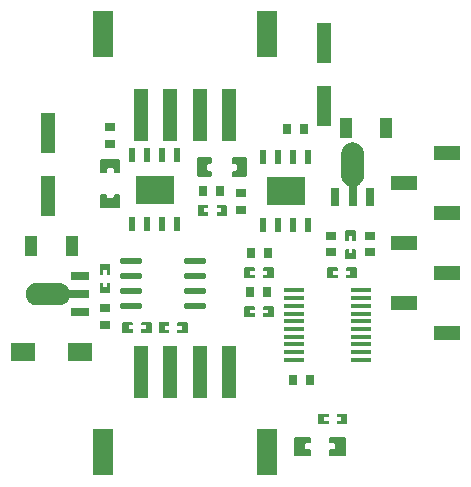
<source format=gtp>
G04 Layer: TopPasteMaskLayer*
G04 EasyEDA Pro v2.1.35.b8f67982.0908df, 2023-11-24 13:13:42*
G04 Gerber Generator version 0.3*
G04 Scale: 100 percent, Rotated: No, Reflected: No*
G04 Dimensions in millimeters*
G04 Leading zeros omitted, absolute positions, 3 integers and 3 decimals*
%FSLAX33Y33*%
%MOMM*%
%ADD10R,2.046X1.62*%
%ADD11R,2.046X1.62*%
%ADD12R,0.8X0.9*%
%ADD13R,0.6X1.2*%
%ADD14R,3.3X2.4*%
%ADD15R,0.9X0.8*%
%ADD16R,0.8X0.9*%
%ADD17O,1.7400X0.364*%
%ADD18O,1.742X0.364*%
%ADD19R,1.3X4.5*%
%ADD20R,1.8X3.9*%
%ADD21R,1.3X4.5*%
%ADD22R,1.8X3.9*%
%ADD23R,1.2X3.5*%
%ADD24R,1.1X1.7*%
%ADD25R,0.672X1.575*%
%ADD26R,1.575X0.672*%
%ADD27O,1.888X0.574*%
%ADD28R,2.2X1.27*%
G75*


G04 PolygonModel Start*
G36*
G01X-2559Y2347D02*
G01X-1759Y2347D01*
G01X-1709Y2397D01*
G01Y2625D01*
G01X-2079D01*
G01Y2955D01*
G01X-1709D01*
G01Y3197D01*
G01X-1759Y3247D01*
G01X-2559D01*
G01X-2609Y3197D01*
G01Y2397D01*
G01X-2559Y2347D01*
G37*
G36*
G01X-1009Y2397D02*
G01X-1009Y2625D01*
G01X-629D01*
G01Y2955D01*
G01X-1009D01*
G01Y3197D01*
G01X-959Y3247D01*
G01X-169D01*
G01X-119Y3197D01*
G01Y2397D01*
G01X-169Y2347D01*
G01X-959D01*
G01X-1009Y2397D01*
G37*
G36*
G01X10807Y-2043D02*
G01X10007Y-2043D01*
G01X9957Y-2093D01*
G01Y-2321D01*
G01X10327D01*
G01Y-2651D01*
G01X9957D01*
G01Y-2893D01*
G01X10007Y-2943D01*
G01X10807D01*
G01X10857Y-2893D01*
G01Y-2093D01*
G01X10807Y-2043D01*
G37*
G36*
G01X9257Y-2093D02*
G01X9257Y-2321D01*
G01X8877D01*
G01Y-2651D01*
G01X9257D01*
G01Y-2893D01*
G01X9207Y-2943D01*
G01X8417D01*
G01X8367Y-2893D01*
G01Y-2093D01*
G01X8417Y-2043D01*
G01X9207D01*
G01X9257Y-2093D01*
G37*
G36*
G01X9887Y1075D02*
G01X9887Y275D01*
G01X9937Y225D01*
G01X10165D01*
G01Y595D01*
G01X10495D01*
G01Y225D01*
G01X10737D01*
G01X10787Y275D01*
G01Y1075D01*
G01X10737Y1125D01*
G01X9937D01*
G01X9887Y1075D01*
G37*
G36*
G01X9937Y-475D02*
G01X10165Y-475D01*
G01Y-855D01*
G01X10495D01*
G01Y-475D01*
G01X10737D01*
G01X10787Y-525D01*
G01Y-1315D01*
G01X10737Y-1365D01*
G01X9937D01*
G01X9887Y-1315D01*
G01Y-525D01*
G01X9937Y-475D01*
G37*
G36*
G01X1382Y-6210D02*
G01X2182Y-6210D01*
G01X2232Y-6160D01*
G01Y-5932D01*
G01X1862D01*
G01Y-5602D01*
G01X2232D01*
G01Y-5360D01*
G01X2182Y-5310D01*
G01X1382D01*
G01X1332Y-5360D01*
G01Y-6160D01*
G01X1382Y-6210D01*
G37*
G36*
G01X2932Y-6160D02*
G01X2932Y-5932D01*
G01X3312D01*
G01Y-5602D01*
G01X2932D01*
G01Y-5360D01*
G01X2982Y-5310D01*
G01X3772D01*
G01X3822Y-5360D01*
G01Y-6160D01*
G01X3772Y-6210D01*
G01X2982D01*
G01X2932Y-6160D01*
G37*
G36*
G01X3778Y-2039D02*
G01X2978Y-2039D01*
G01X2928Y-2089D01*
G01Y-2317D01*
G01X3298D01*
G01Y-2647D01*
G01X2928D01*
G01Y-2889D01*
G01X2978Y-2939D01*
G01X3778D01*
G01X3828Y-2889D01*
G01Y-2089D01*
G01X3778Y-2039D01*
G37*
G36*
G01X2228Y-2089D02*
G01X2228Y-2317D01*
G01X1848D01*
G01Y-2647D01*
G01X2228D01*
G01Y-2889D01*
G01X2178Y-2939D01*
G01X1388D01*
G01X1338Y-2889D01*
G01Y-2089D01*
G01X1388Y-2039D01*
G01X2178D01*
G01X2228Y-2089D01*
G37*
G36*
G01X7004Y-16461D02*
G01X7004Y-16796D01*
G01X6904Y-16896D01*
G01X6600D01*
G01X6500Y-16996D01*
G01Y-17346D01*
G01X6600Y-17446D01*
G01X6904D01*
G01X7004Y-17546D01*
G01Y-17881D01*
G01X6904Y-17981D01*
G01X5619D01*
G01X5519Y-17881D01*
G01Y-16461D01*
G01X5619Y-16361D01*
G01X6904D01*
G01X7004Y-16461D01*
G37*
G36*
G01X8504Y-16461D02*
G01X8504Y-16796D01*
G01X8604Y-16896D01*
G01X8909D01*
G01X9009Y-16996D01*
G01Y-17346D01*
G01X8909Y-17446D01*
G01X8604D01*
G01X8504Y-17546D01*
G01Y-17881D01*
G01X8604Y-17981D01*
G01X9889D01*
G01X9989Y-17881D01*
G01Y-16461D01*
G01X9889Y-16361D01*
G01X8604D01*
G01X8504Y-16461D01*
G37*
G36*
G01X-5869Y-7575D02*
G01X-5069Y-7575D01*
G01X-5019Y-7525D01*
G01Y-7298D01*
G01X-5389D01*
G01Y-6968D01*
G01X-5019D01*
G01Y-6725D01*
G01X-5069Y-6675D01*
G01X-5869D01*
G01X-5919Y-6725D01*
G01Y-7525D01*
G01X-5869Y-7575D01*
G37*
G36*
G01X-4319Y-7525D02*
G01X-4319Y-7298D01*
G01X-3939D01*
G01Y-6968D01*
G01X-4319D01*
G01Y-6725D01*
G01X-4269Y-6675D01*
G01X-3479D01*
G01X-3429Y-6725D01*
G01Y-7525D01*
G01X-3479Y-7575D01*
G01X-4269D01*
G01X-4319Y-7525D01*
G37*
G36*
G01X-10910Y-1802D02*
G01X-10910Y-2602D01*
G01X-10860Y-2652D01*
G01X-10632D01*
G01Y-2282D01*
G01X-10302D01*
G01Y-2652D01*
G01X-10060D01*
G01X-10010Y-2602D01*
G01Y-1802D01*
G01X-10060Y-1752D01*
G01X-10860D01*
G01X-10910Y-1802D01*
G37*
G36*
G01X-10860Y-3352D02*
G01X-10632Y-3352D01*
G01Y-3732D01*
G01X-10302D01*
G01Y-3352D01*
G01X-10060D01*
G01X-10010Y-3402D01*
G01Y-4192D01*
G01X-10060Y-4242D01*
G01X-10860D01*
G01X-10910Y-4192D01*
G01Y-3402D01*
G01X-10860Y-3352D01*
G37*
G36*
G01X-10762Y4210D02*
G01X-10401Y4210D01*
G01X-10301Y4110D01*
G01Y3899D01*
G01X-10201Y3799D01*
G01X-9822D01*
G01X-9722Y3899D01*
G01Y4110D01*
G01X-9622Y4210D01*
G01X-9261D01*
G01X-9161Y4110D01*
G01Y3103D01*
G01X-9261Y3003D01*
G01X-10762D01*
G01X-10862Y3103D01*
G01Y4110D01*
G01X-10762Y4210D01*
G37*
G36*
G01X-10762Y5960D02*
G01X-10401Y5960D01*
G01X-10301Y6060D01*
G01Y6271D01*
G01X-10201Y6371D01*
G01X-9822D01*
G01X-9722Y6271D01*
G01Y6060D01*
G01X-9622Y5960D01*
G01X-9261D01*
G01X-9161Y6060D01*
G01Y7068D01*
G01X-9261Y7168D01*
G01X-10762D01*
G01X-10862Y7068D01*
G01Y6060D01*
G01X-10762Y5960D01*
G37*
G36*
G01X-1429Y7202D02*
G01X-1429Y6841D01*
G01X-1529Y6741D01*
G01X-1739D01*
G01X-1839Y6641D01*
G01Y6262D01*
G01X-1739Y6162D01*
G01X-1529D01*
G01X-1429Y6062D01*
G01Y5701D01*
G01X-1529Y5601D01*
G01X-2536D01*
G01X-2636Y5701D01*
G01Y7202D01*
G01X-2536Y7302D01*
G01X-1529D01*
G01X-1429Y7202D01*
G37*
G36*
G01X321Y7202D02*
G01X321Y6841D01*
G01X421Y6741D01*
G01X632D01*
G01X732Y6641D01*
G01Y6262D01*
G01X632Y6162D01*
G01X421D01*
G01X321Y6062D01*
G01Y5701D01*
G01X421Y5601D01*
G01X1429D01*
G01X1529Y5701D01*
G01Y7202D01*
G01X1429Y7302D01*
G01X421D01*
G01X321Y7202D01*
G37*
G36*
G01X-8935Y-7561D02*
G01X-8135Y-7561D01*
G01X-8085Y-7511D01*
G01Y-7283D01*
G01X-8455D01*
G01Y-6953D01*
G01X-8085D01*
G01Y-6711D01*
G01X-8135Y-6661D01*
G01X-8935D01*
G01X-8985Y-6711D01*
G01Y-7511D01*
G01X-8935Y-7561D01*
G37*
G36*
G01X-7385Y-7511D02*
G01X-7385Y-7283D01*
G01X-7005D01*
G01Y-6953D01*
G01X-7385D01*
G01Y-6711D01*
G01X-7335Y-6661D01*
G01X-6545D01*
G01X-6495Y-6711D01*
G01Y-7511D01*
G01X-6545Y-7561D01*
G01X-7335D01*
G01X-7385Y-7511D01*
G37*
G36*
G01X10028Y-14434D02*
G01X9228Y-14434D01*
G01X9178Y-14484D01*
G01Y-14712D01*
G01X9548D01*
G01Y-15042D01*
G01X9178D01*
G01Y-15284D01*
G01X9228Y-15334D01*
G01X10028D01*
G01X10078Y-15284D01*
G01Y-14484D01*
G01X10028Y-14434D01*
G37*
G36*
G01X8478Y-14484D02*
G01X8478Y-14712D01*
G01X8098D01*
G01Y-15042D01*
G01X8478D01*
G01Y-15284D01*
G01X8428Y-15334D01*
G01X7638D01*
G01X7588Y-15284D01*
G01Y-14484D01*
G01X7638Y-14434D01*
G01X8428D01*
G01X8478Y-14484D01*
G37*
G04 PolygonModel End*

G04 Pad Start*
G54D10*
G01X-12562Y-9185D03*
G54D11*
G01X-17370Y-9204D03*
G54D12*
G01X6362Y9703D03*
G01X4962Y9703D03*
G54D13*
G01X2927Y1521D03*
G01X4197Y1521D03*
G01X5467Y1521D03*
G01X6737Y1521D03*
G01X6737Y7337D03*
G01X5467Y7337D03*
G01X4197Y7337D03*
G01X2927Y7337D03*
G54D14*
G01X4832Y4429D03*
G54D13*
G01X-8153Y1630D03*
G01X-6883Y1630D03*
G01X-5613Y1630D03*
G01X-4343Y1630D03*
G01X-4343Y7447D03*
G01X-5613Y7447D03*
G01X-6883Y7447D03*
G01X-8153Y7447D03*
G54D14*
G01X-6248Y4539D03*
G54D12*
G01X6877Y-11538D03*
G01X5477Y-11538D03*
G54D15*
G01X8655Y-769D03*
G01X8655Y631D03*
G01X11962Y-757D03*
G01X11962Y643D03*
G54D16*
G01X1933Y-829D03*
G01X3333Y-829D03*
G01X1833Y-4121D03*
G01X3233Y-4121D03*
G54D18*
G01X11257Y-9840D03*
G01X11257Y-9190D03*
G01X11257Y-8540D03*
G01X11257Y-7890D03*
G01X11257Y-7240D03*
G01X11257Y-6590D03*
G01X11257Y-5940D03*
G01X11257Y-5290D03*
G01X11257Y-4640D03*
G01X11257Y-3990D03*
G01X5515Y-9840D03*
G01X5515Y-9190D03*
G01X5515Y-8540D03*
G01X5515Y-7890D03*
G01X5515Y-7240D03*
G01X5515Y-6590D03*
G01X5515Y-5940D03*
G01X5515Y-5290D03*
G01X5515Y-4640D03*
G01X5515Y-3990D03*
G54D16*
G01X-2118Y4429D03*
G01X-718Y4429D03*
G54D15*
G01X1079Y2829D03*
G01X1079Y4229D03*
G01X-10041Y8444D03*
G01X-10041Y9844D03*
G54D19*
G01X61Y10904D03*
G01X-2439Y10904D03*
G54D20*
G01X3261Y17704D03*
G01X-10639Y17704D03*
G54D19*
G01X-4939Y10904D03*
G01X-7439Y10904D03*
G54D21*
G01X-7439Y-10896D03*
G01X-4939Y-10896D03*
G54D22*
G01X-10639Y-17696D03*
G01X3261Y-17696D03*
G54D21*
G01X-2439Y-10896D03*
G01X61Y-10896D03*
G54D23*
G01X-15290Y9320D03*
G01X-15290Y3980D03*
G01X8082Y16951D03*
G01X8082Y11611D03*
G54D24*
G01X13333Y9750D03*
G01X9933Y9750D03*
G36*
G01X11461Y7602D02*
G01X11461Y5748D01*
G01X11460Y5703D01*
G01X11457Y5659D01*
G01X11451Y5615D01*
G01X11444Y5571D01*
G01X11435Y5527D01*
G01X11423Y5484D01*
G01X11410Y5441D01*
G01X11395Y5400D01*
G01X11377Y5359D01*
G01X11358Y5318D01*
G01X11337Y5279D01*
G01X11314Y5241D01*
G01X11290Y5204D01*
G01X11263Y5168D01*
G01X11235Y5133D01*
G01X11206Y5100D01*
G01X11175Y5068D01*
G01X11142Y5038D01*
G01X11108Y5009D01*
G01X11073Y4982D01*
G01X11036Y4956D01*
G01X10999Y4933D01*
G01X10960Y4911D01*
G01X10920Y4890D01*
G01X10841Y4872D01*
G01Y3175D01*
G01X10181D01*
G01Y4872D01*
G01X10102Y4890D01*
G01X10062Y4911D01*
G01X10023Y4933D01*
G01X9985Y4956D01*
G01X9949Y4982D01*
G01X9914Y5009D01*
G01X9880Y5038D01*
G01X9847Y5068D01*
G01X9816Y5100D01*
G01X9786Y5133D01*
G01X9758Y5168D01*
G01X9732Y5204D01*
G01X9707Y5241D01*
G01X9684Y5279D01*
G01X9663Y5318D01*
G01X9644Y5359D01*
G01X9627Y5400D01*
G01X9612Y5441D01*
G01X9598Y5484D01*
G01X9587Y5527D01*
G01X9577Y5571D01*
G01X9570Y5615D01*
G01X9565Y5659D01*
G01X9562Y5703D01*
G01X9561Y5748D01*
G01Y7602D01*
G01X9562Y7646D01*
G01X9565Y7691D01*
G01X9570Y7735D01*
G01X9577Y7779D01*
G01X9587Y7823D01*
G01X9598Y7866D01*
G01X9612Y7908D01*
G01X9627Y7950D01*
G01X9644Y7991D01*
G01X9663Y8031D01*
G01X9684Y8070D01*
G01X9707Y8109D01*
G01X9732Y8146D01*
G01X9758Y8182D01*
G01X9786Y8216D01*
G01X9816Y8250D01*
G01X9847Y8281D01*
G01X9880Y8312D01*
G01X9914Y8341D01*
G01X9949Y8368D01*
G01X9985Y8393D01*
G01X10023Y8417D01*
G01X10062Y8439D01*
G01X10102Y8459D01*
G01X10142Y8477D01*
G01X10184Y8494D01*
G01X10226Y8508D01*
G01X10269Y8521D01*
G01X10312Y8531D01*
G01X10356Y8539D01*
G01X10400Y8545D01*
G01X10444Y8550D01*
G01X10489Y8552D01*
G01X10533D01*
G01X10578Y8550D01*
G01X10622Y8545D01*
G01X10666Y8539D01*
G01X10710Y8531D01*
G01X10753Y8521D01*
G01X10796Y8508D01*
G01X10838Y8494D01*
G01X10880Y8477D01*
G01X10920Y8459D01*
G01X10960Y8439D01*
G01X10999Y8417D01*
G01X11036Y8393D01*
G01X11073Y8368D01*
G01X11108Y8341D01*
G01X11142Y8312D01*
G01X11175Y8281D01*
G01X11206Y8250D01*
G01X11235Y8216D01*
G01X11263Y8182D01*
G01X11290Y8146D01*
G01X11314Y8109D01*
G01X11337Y8070D01*
G01X11358Y8031D01*
G01X11377Y7991D01*
G01X11395Y7950D01*
G01X11410Y7908D01*
G01X11423Y7866D01*
G01X11435Y7823D01*
G01X11444Y7779D01*
G01X11451Y7735D01*
G01X11457Y7691D01*
G01X11460Y7646D01*
G01X11461Y7602D01*
G37*
G54D25*
G01X12002Y3963D03*
G01X9002Y3963D03*
G36*
G01X-16215Y-3347D02*
G01X-14361Y-3347D01*
G01X-14316Y-3348D01*
G01X-14272Y-3352D01*
G01X-14228Y-3357D01*
G01X-14184Y-3364D01*
G01X-14140Y-3373D01*
G01X-14097Y-3385D01*
G01X-14055Y-3398D01*
G01X-14013Y-3413D01*
G01X-13972Y-3431D01*
G01X-13931Y-3450D01*
G01X-13892Y-3471D01*
G01X-13854Y-3494D01*
G01X-13817Y-3518D01*
G01X-13781Y-3545D01*
G01X-13746Y-3573D01*
G01X-13713Y-3602D01*
G01X-13681Y-3634D01*
G01X-13651Y-3666D01*
G01X-13622Y-3700D01*
G01X-13595Y-3735D01*
G01X-13569Y-3772D01*
G01X-13546Y-3810D01*
G01X-13524Y-3848D01*
G01X-13503Y-3888D01*
G01X-13485Y-3967D01*
G01X-11788D01*
G01Y-4627D01*
G01X-13485D01*
G01X-13503Y-4707D01*
G01X-13524Y-4746D01*
G01X-13546Y-4785D01*
G01X-13569Y-4823D01*
G01X-13595Y-4859D01*
G01X-13622Y-4895D01*
G01X-13651Y-4929D01*
G01X-13681Y-4961D01*
G01X-13713Y-4992D01*
G01X-13746Y-5022D01*
G01X-13781Y-5050D01*
G01X-13817Y-5076D01*
G01X-13854Y-5101D01*
G01X-13892Y-5124D01*
G01X-13931Y-5145D01*
G01X-13972Y-5164D01*
G01X-14013Y-5181D01*
G01X-14055Y-5197D01*
G01X-14097Y-5210D01*
G01X-14140Y-5221D01*
G01X-14184Y-5231D01*
G01X-14228Y-5238D01*
G01X-14272Y-5243D01*
G01X-14316Y-5246D01*
G01X-14361Y-5247D01*
G01X-16215D01*
G01X-16260Y-5246D01*
G01X-16304Y-5243D01*
G01X-16348Y-5238D01*
G01X-16392Y-5231D01*
G01X-16436Y-5221D01*
G01X-16479Y-5210D01*
G01X-16521Y-5197D01*
G01X-16563Y-5181D01*
G01X-16604Y-5164D01*
G01X-16644Y-5145D01*
G01X-16684Y-5124D01*
G01X-16722Y-5101D01*
G01X-16759Y-5076D01*
G01X-16795Y-5050D01*
G01X-16829Y-5022D01*
G01X-16863Y-4992D01*
G01X-16895Y-4961D01*
G01X-16925Y-4929D01*
G01X-16954Y-4895D01*
G01X-16981Y-4859D01*
G01X-17006Y-4823D01*
G01X-17030Y-4785D01*
G01X-17052Y-4746D01*
G01X-17072Y-4707D01*
G01X-17091Y-4666D01*
G01X-17107Y-4625D01*
G01X-17121Y-4582D01*
G01X-17134Y-4540D01*
G01X-17144Y-4496D01*
G01X-17152Y-4453D01*
G01X-17158Y-4408D01*
G01X-17163Y-4364D01*
G01X-17165Y-4320D01*
G01Y-4275D01*
G01X-17163Y-4231D01*
G01X-17158Y-4186D01*
G01X-17152Y-4142D01*
G01X-17144Y-4098D01*
G01X-17134Y-4055D01*
G01X-17121Y-4012D01*
G01X-17107Y-3970D01*
G01X-17091Y-3929D01*
G01X-17072Y-3888D01*
G01X-17052Y-3848D01*
G01X-17030Y-3810D01*
G01X-17006Y-3772D01*
G01X-16981Y-3735D01*
G01X-16954Y-3700D01*
G01X-16925Y-3666D01*
G01X-16895Y-3634D01*
G01X-16863Y-3602D01*
G01X-16829Y-3573D01*
G01X-16795Y-3545D01*
G01X-16759Y-3518D01*
G01X-16722Y-3494D01*
G01X-16684Y-3471D01*
G01X-16644Y-3450D01*
G01X-16604Y-3431D01*
G01X-16563Y-3413D01*
G01X-16521Y-3398D01*
G01X-16479Y-3385D01*
G01X-16436Y-3373D01*
G01X-16392Y-3364D01*
G01X-16348Y-3357D01*
G01X-16304Y-3352D01*
G01X-16260Y-3348D01*
G01X-16215Y-3347D01*
G37*
G54D26*
G01X-12576Y-2806D03*
G01X-12576Y-5806D03*
G54D27*
G01X-2856Y-5309D03*
G01X-2856Y-4039D03*
G01X-2856Y-2769D03*
G01X-2856Y-1499D03*
G01X-8254Y-5309D03*
G01X-8254Y-4039D03*
G01X-8254Y-2769D03*
G01X-8254Y-1499D03*
G54D24*
G01X-13287Y-245D03*
G01X-16687Y-245D03*
G54D15*
G01X-10412Y-6908D03*
G01X-10412Y-5508D03*
G54D28*
G01X18500Y7620D03*
G01X14900Y5080D03*
G01X18500Y2540D03*
G01X14900Y0D03*
G01X14900Y-5080D03*
G01X18500Y-2540D03*
G01X18500Y-7620D03*
G04 Pad End*

M02*

</source>
